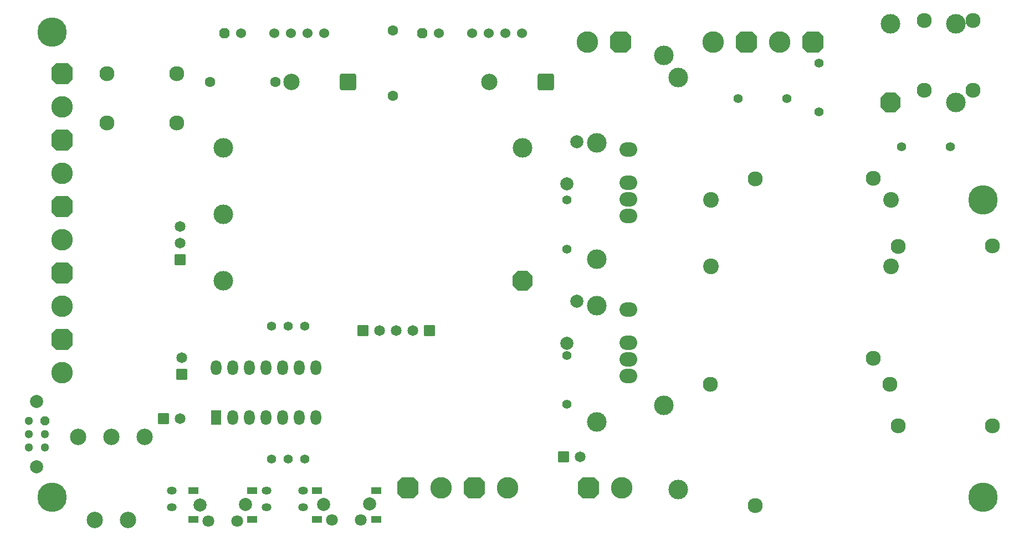
<source format=gbr>
G04 Layer_Color=255*
%FSLAX26Y26*%
%MOIN*%
%TF.FileFunction,Pads,Top*%
%TF.Part,Single*%
G01*
G75*
%TA.AperFunction,SMDPad,CuDef*%
%ADD10R,0.060000X0.040000*%
%TA.AperFunction,ComponentPad*%
%ADD20C,0.078740*%
%ADD21C,0.051181*%
G04:AMPARAMS|DCode=22|XSize=51.181mil|YSize=51.181mil|CornerRadius=0mil|HoleSize=0mil|Usage=FLASHONLY|Rotation=270.000|XOffset=0mil|YOffset=0mil|HoleType=Round|Shape=Octagon|*
%AMOCTAGOND22*
4,1,8,-0.012795,-0.025591,0.012795,-0.025591,0.025591,-0.012795,0.025591,0.012795,0.012795,0.025591,-0.012795,0.025591,-0.025591,0.012795,-0.025591,-0.012795,-0.012795,-0.025591,0.0*
%
%ADD22OCTAGOND22*%

%ADD23C,0.090551*%
%ADD24C,0.070866*%
%ADD25C,0.060000*%
G04:AMPARAMS|DCode=26|XSize=60mil|YSize=60mil|CornerRadius=0mil|HoleSize=0mil|Usage=FLASHONLY|Rotation=0.000|XOffset=0mil|YOffset=0mil|HoleType=Round|Shape=Octagon|*
%AMOCTAGOND26*
4,1,8,0.030000,-0.015000,0.030000,0.015000,0.015000,0.030000,-0.015000,0.030000,-0.030000,0.015000,-0.030000,-0.015000,-0.015000,-0.030000,0.015000,-0.030000,0.030000,-0.015000,0.0*
%
%ADD26OCTAGOND26*%

%ADD27C,0.065000*%
G04:AMPARAMS|DCode=28|XSize=65mil|YSize=65mil|CornerRadius=3.25mil|HoleSize=0mil|Usage=FLASHONLY|Rotation=180.000|XOffset=0mil|YOffset=0mil|HoleType=Round|Shape=RoundedRectangle|*
%AMROUNDEDRECTD28*
21,1,0.065000,0.058500,0,0,180.0*
21,1,0.058500,0.065000,0,0,180.0*
1,1,0.006500,-0.029250,0.029250*
1,1,0.006500,0.029250,0.029250*
1,1,0.006500,0.029250,-0.029250*
1,1,0.006500,-0.029250,-0.029250*
%
%ADD28ROUNDEDRECTD28*%
%ADD29C,0.118110*%
G04:AMPARAMS|DCode=30|XSize=118.11mil|YSize=118.11mil|CornerRadius=0mil|HoleSize=0mil|Usage=FLASHONLY|Rotation=270.000|XOffset=0mil|YOffset=0mil|HoleType=Round|Shape=Octagon|*
%AMOCTAGOND30*
4,1,8,-0.029527,-0.059055,0.029527,-0.059055,0.059055,-0.029528,0.059055,0.029528,0.029527,0.059055,-0.029527,0.059055,-0.059055,0.029528,-0.059055,-0.029528,-0.029527,-0.059055,0.0*
%
%ADD30OCTAGOND30*%

G04:AMPARAMS|DCode=31|XSize=65mil|YSize=65mil|CornerRadius=3.25mil|HoleSize=0mil|Usage=FLASHONLY|Rotation=90.000|XOffset=0mil|YOffset=0mil|HoleType=Round|Shape=RoundedRectangle|*
%AMROUNDEDRECTD31*
21,1,0.065000,0.058500,0,0,90.0*
21,1,0.058500,0.065000,0,0,90.0*
1,1,0.006500,0.029250,0.029250*
1,1,0.006500,0.029250,-0.029250*
1,1,0.006500,-0.029250,-0.029250*
1,1,0.006500,-0.029250,0.029250*
%
%ADD31ROUNDEDRECTD31*%
%ADD32C,0.098425*%
G04:AMPARAMS|DCode=33|XSize=98.425mil|YSize=98.425mil|CornerRadius=9.842mil|HoleSize=0mil|Usage=FLASHONLY|Rotation=0.000|XOffset=0mil|YOffset=0mil|HoleType=Round|Shape=RoundedRectangle|*
%AMROUNDEDRECTD33*
21,1,0.098425,0.078740,0,0,0.0*
21,1,0.078740,0.098425,0,0,0.0*
1,1,0.019685,0.039370,-0.039370*
1,1,0.019685,-0.039370,-0.039370*
1,1,0.019685,-0.039370,0.039370*
1,1,0.019685,0.039370,0.039370*
%
%ADD33ROUNDEDRECTD33*%
%ADD34C,0.062992*%
G04:AMPARAMS|DCode=35|XSize=118.11mil|YSize=118.11mil|CornerRadius=0mil|HoleSize=0mil|Usage=FLASHONLY|Rotation=180.000|XOffset=0mil|YOffset=0mil|HoleType=Round|Shape=Octagon|*
%AMOCTAGOND35*
4,1,8,-0.059055,0.029527,-0.059055,-0.029527,-0.029528,-0.059055,0.029528,-0.059055,0.059055,-0.029527,0.059055,0.029527,0.029528,0.059055,-0.029528,0.059055,-0.059055,0.029527,0.0*
%
%ADD35OCTAGOND35*%

G04:AMPARAMS|DCode=36|XSize=129.921mil|YSize=129.921mil|CornerRadius=0mil|HoleSize=0mil|Usage=FLASHONLY|Rotation=270.000|XOffset=0mil|YOffset=0mil|HoleType=Round|Shape=Octagon|*
%AMOCTAGOND36*
4,1,8,-0.032480,-0.064961,0.032480,-0.064961,0.064961,-0.032480,0.064961,0.032480,0.032480,0.064961,-0.032480,0.064961,-0.064961,0.032480,-0.064961,-0.032480,-0.032480,-0.064961,0.0*
%
%ADD36OCTAGOND36*%

%ADD37C,0.129921*%
%ADD38C,0.094488*%
%ADD39C,0.055118*%
%ADD40O,0.059055X0.047244*%
G04:AMPARAMS|DCode=41|XSize=129.921mil|YSize=129.921mil|CornerRadius=0mil|HoleSize=0mil|Usage=FLASHONLY|Rotation=180.000|XOffset=0mil|YOffset=0mil|HoleType=Round|Shape=Octagon|*
%AMOCTAGOND41*
4,1,8,-0.064961,0.032480,-0.064961,-0.032480,-0.032480,-0.064961,0.032480,-0.064961,0.064961,-0.032480,0.064961,0.032480,0.032480,0.064961,-0.032480,0.064961,-0.064961,0.032480,0.0*
%
%ADD41OCTAGOND41*%

%ADD42O,0.106299X0.088189*%
%ADD43O,0.064000X0.090000*%
%ADD44R,0.064000X0.090000*%
%TA.AperFunction,WasherPad*%
%ADD45C,0.177165*%
%TA.AperFunction,ViaPad*%
%ADD46C,0.118110*%
D10*
X2397835Y1867500D02*
D03*
Y2042500D02*
D03*
X2752165Y1867500D02*
D03*
Y2042500D02*
D03*
X3142835Y1867500D02*
D03*
Y2042500D02*
D03*
X3497165Y1867500D02*
D03*
Y2042500D02*
D03*
D20*
X1456693Y2185039D02*
D03*
Y2578740D02*
D03*
X2437205Y1953740D02*
D03*
X2712795Y1957677D02*
D03*
X3182205Y1958740D02*
D03*
X3457795Y1962677D02*
D03*
X4645472Y2927047D02*
D03*
X4704528Y3182953D02*
D03*
X4645472Y3887047D02*
D03*
X4704528Y4142953D02*
D03*
D21*
X1407480Y2303150D02*
D03*
Y2381890D02*
D03*
X1505906D02*
D03*
Y2303150D02*
D03*
X1407480Y2460630D02*
D03*
D22*
X1505906Y2460630D02*
D03*
D23*
X2300000Y4254724D02*
D03*
Y4550000D02*
D03*
X1878740D02*
D03*
Y4254724D02*
D03*
X5507323Y2680000D02*
D03*
X5780000Y1950748D02*
D03*
X6640000Y2430000D02*
D03*
X6590000Y2680000D02*
D03*
X6490000Y2838661D02*
D03*
X6640000Y3512677D02*
D03*
X6490000Y3921339D02*
D03*
X7090000Y4450000D02*
D03*
Y4871260D02*
D03*
X6794724D02*
D03*
Y4450000D02*
D03*
X7204724Y3513780D02*
D03*
Y2431102D02*
D03*
X5780000Y3919252D02*
D03*
D24*
X2488386Y1859252D02*
D03*
X2661614D02*
D03*
X3233386Y1864252D02*
D03*
X3406614D02*
D03*
D25*
X4375000Y4795000D02*
D03*
X4275000D02*
D03*
X4175000D02*
D03*
X4075000D02*
D03*
X3875000D02*
D03*
X3185000D02*
D03*
X3085000D02*
D03*
X2985000D02*
D03*
X2885000D02*
D03*
X2685000D02*
D03*
D26*
X3775000Y4795000D02*
D03*
X2585000D02*
D03*
D27*
X2320000Y2475000D02*
D03*
X2330000Y2840000D02*
D03*
X2320000Y3530000D02*
D03*
Y3630000D02*
D03*
X3520000Y3003740D02*
D03*
X3620000D02*
D03*
X3720000D02*
D03*
X4725984Y2244095D02*
D03*
D28*
X2220000Y2475000D02*
D03*
X3420000Y3003740D02*
D03*
X3820000D02*
D03*
X4625984Y2244095D02*
D03*
D29*
X2580000Y3305000D02*
D03*
Y3705000D02*
D03*
Y4105000D02*
D03*
X4380000D02*
D03*
X4825000Y4135000D02*
D03*
X5229907Y4661123D02*
D03*
X4825000Y3435000D02*
D03*
Y3155000D02*
D03*
Y2455000D02*
D03*
X5230000Y2555000D02*
D03*
X6985000Y4377559D02*
D03*
Y4850000D02*
D03*
X6591299D02*
D03*
D30*
X6591299Y4377559D02*
D03*
D31*
X2330000Y2740000D02*
D03*
X2320000Y3430000D02*
D03*
D32*
X1805000Y1865000D02*
D03*
X2005000D02*
D03*
X2105000Y2365000D02*
D03*
X1905000D02*
D03*
X1705000D02*
D03*
X2990000Y4500000D02*
D03*
X4180000D02*
D03*
D33*
X4520000Y4500000D02*
D03*
X3330000D02*
D03*
D34*
X3600000Y4418150D02*
D03*
Y4811850D02*
D03*
X2891850Y4500000D02*
D03*
X2498150D02*
D03*
D35*
X4380000Y3305000D02*
D03*
D36*
X1607480Y2950000D02*
D03*
Y3350000D02*
D03*
Y3750000D02*
D03*
Y4150000D02*
D03*
Y4550000D02*
D03*
D37*
X1607480Y2750000D02*
D03*
Y3150000D02*
D03*
Y3550000D02*
D03*
Y3950000D02*
D03*
Y4350000D02*
D03*
X3890000Y2057481D02*
D03*
X4290000D02*
D03*
X4975000D02*
D03*
X5925000Y4742520D02*
D03*
X5525000D02*
D03*
X4770000D02*
D03*
D38*
X5512323Y3390000D02*
D03*
Y3791575D02*
D03*
X6595000Y3390000D02*
D03*
Y3791575D02*
D03*
D39*
X2870000Y2230000D02*
D03*
X2970000D02*
D03*
X3070000D02*
D03*
Y3030000D02*
D03*
X2970000D02*
D03*
X2870000D02*
D03*
X4645000Y2560000D02*
D03*
Y2855276D02*
D03*
Y3495000D02*
D03*
Y3790276D02*
D03*
X5674213Y4400000D02*
D03*
X5969488D02*
D03*
X6161417Y4320866D02*
D03*
Y4616142D02*
D03*
X6657362Y4110000D02*
D03*
X6952638D02*
D03*
D40*
X2270000Y1940000D02*
D03*
Y2040000D02*
D03*
X2840000Y1940000D02*
D03*
Y2040000D02*
D03*
X3060000Y1940000D02*
D03*
Y2040000D02*
D03*
D41*
X3690000Y2057481D02*
D03*
X4090000D02*
D03*
X4775000D02*
D03*
X6125000Y4742520D02*
D03*
X5725000D02*
D03*
X4970000D02*
D03*
D42*
X5015000Y2730000D02*
D03*
Y2830000D02*
D03*
Y2930000D02*
D03*
Y3130000D02*
D03*
Y3695000D02*
D03*
Y3795000D02*
D03*
Y3895000D02*
D03*
Y4095000D02*
D03*
D43*
X2636535Y2480000D02*
D03*
X2736535D02*
D03*
X2836535D02*
D03*
X2936535D02*
D03*
X3036535D02*
D03*
X3136535D02*
D03*
Y2780000D02*
D03*
X3036535D02*
D03*
X2936535D02*
D03*
X2836535D02*
D03*
X2736535D02*
D03*
X2636535D02*
D03*
X2536535D02*
D03*
D44*
X2536535Y2480000D02*
D03*
D45*
X1550000Y2000000D02*
D03*
Y4800000D02*
D03*
X7146850Y2000000D02*
D03*
Y3790000D02*
D03*
D46*
X5314961Y2047244D02*
D03*
Y4527559D02*
D03*
%TF.MD5,2b4d5ea5ddd5435eea50ab48bfdf1f77*%
M02*

</source>
